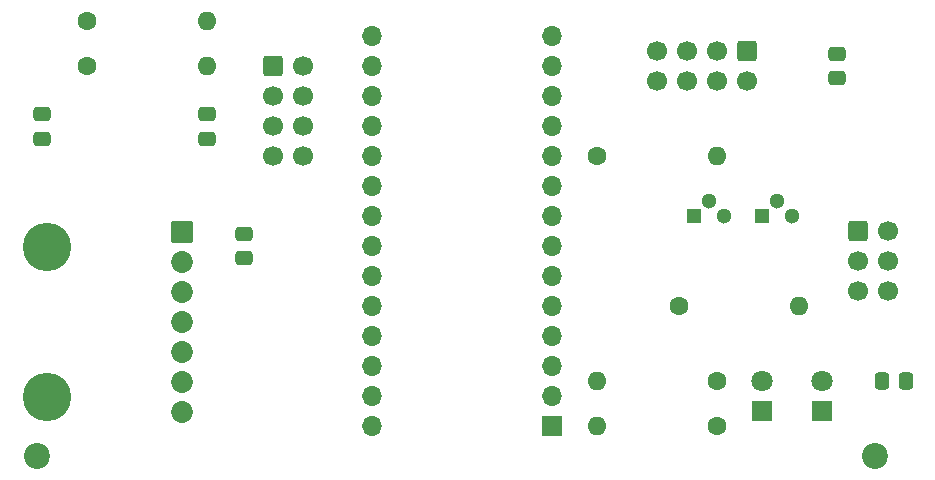
<source format=gbr>
%TF.GenerationSoftware,KiCad,Pcbnew,7.0.2*%
%TF.CreationDate,2023-05-16T00:00:26+02:00*%
%TF.ProjectId,PRO_MCU,50524f5f-4d43-4552-9e6b-696361645f70,rev?*%
%TF.SameCoordinates,Original*%
%TF.FileFunction,Soldermask,Top*%
%TF.FilePolarity,Negative*%
%FSLAX45Y45*%
G04 Gerber Fmt 4.5, Leading zero omitted, Abs format (unit mm)*
G04 Created by KiCad (PCBNEW 7.0.2) date 2023-05-16 00:00:26*
%MOMM*%
%LPD*%
G01*
G04 APERTURE LIST*
G04 Aperture macros list*
%AMRoundRect*
0 Rectangle with rounded corners*
0 $1 Rounding radius*
0 $2 $3 $4 $5 $6 $7 $8 $9 X,Y pos of 4 corners*
0 Add a 4 corners polygon primitive as box body*
4,1,4,$2,$3,$4,$5,$6,$7,$8,$9,$2,$3,0*
0 Add four circle primitives for the rounded corners*
1,1,$1+$1,$2,$3*
1,1,$1+$1,$4,$5*
1,1,$1+$1,$6,$7*
1,1,$1+$1,$8,$9*
0 Add four rect primitives between the rounded corners*
20,1,$1+$1,$2,$3,$4,$5,0*
20,1,$1+$1,$4,$5,$6,$7,0*
20,1,$1+$1,$6,$7,$8,$9,0*
20,1,$1+$1,$8,$9,$2,$3,0*%
G04 Aperture macros list end*
%ADD10C,2.200000*%
%ADD11R,1.700000X1.700000*%
%ADD12O,1.700000X1.700000*%
%ADD13C,1.600000*%
%ADD14O,1.600000X1.600000*%
%ADD15RoundRect,0.250000X-0.475000X0.337500X-0.475000X-0.337500X0.475000X-0.337500X0.475000X0.337500X0*%
%ADD16RoundRect,0.250000X-0.600000X-0.600000X0.600000X-0.600000X0.600000X0.600000X-0.600000X0.600000X0*%
%ADD17C,1.700000*%
%ADD18RoundRect,0.250000X-0.337500X-0.475000X0.337500X-0.475000X0.337500X0.475000X-0.337500X0.475000X0*%
%ADD19R,1.300000X1.300000*%
%ADD20C,1.300000*%
%ADD21RoundRect,0.250000X-0.600000X0.600000X-0.600000X-0.600000X0.600000X-0.600000X0.600000X0.600000X0*%
%ADD22R,1.800000X1.800000*%
%ADD23C,1.800000*%
%ADD24C,4.101600*%
%ADD25RoundRect,0.050800X0.875000X0.875000X-0.875000X0.875000X-0.875000X-0.875000X0.875000X-0.875000X0*%
%ADD26C,1.851600*%
G04 APERTURE END LIST*
D10*
%TO.C,Logo*%
X-37890000Y-12949000D03*
X-30790000Y-12949000D03*
%TD*%
D11*
%TO.C,U2*%
X-33528000Y-12698400D03*
D12*
X-33528000Y-12444400D03*
X-33528000Y-12190400D03*
X-33528000Y-11936400D03*
X-33528000Y-11682400D03*
X-33528000Y-11428400D03*
X-33528000Y-11174400D03*
X-33528000Y-10920400D03*
X-33528000Y-10666400D03*
X-33528000Y-10412400D03*
X-33528000Y-10158400D03*
X-33528000Y-9904400D03*
X-33528000Y-9650400D03*
X-33528000Y-9396400D03*
X-35052000Y-9396400D03*
X-35052000Y-9650400D03*
X-35052000Y-9904400D03*
X-35052000Y-10158400D03*
X-35052000Y-10412400D03*
X-35052000Y-10666400D03*
X-35052000Y-10920400D03*
X-35052000Y-11174400D03*
X-35052000Y-11428400D03*
X-35052000Y-11682400D03*
X-35052000Y-11936400D03*
X-35052000Y-12190400D03*
X-35052000Y-12444400D03*
X-35052000Y-12698400D03*
%TD*%
D13*
%TO.C,R4*%
X-32448500Y-11684000D03*
D14*
X-31432500Y-11684000D03*
%TD*%
D15*
%TO.C,C5*%
X-31115000Y-9548250D03*
X-31115000Y-9755750D03*
%TD*%
D13*
%TO.C,R1*%
X-32131000Y-12700000D03*
D14*
X-33147000Y-12700000D03*
%TD*%
D15*
%TO.C,C4*%
X-36131500Y-11072250D03*
X-36131500Y-11279750D03*
%TD*%
%TO.C,C2*%
X-37846000Y-10060250D03*
X-37846000Y-10267750D03*
%TD*%
D13*
%TO.C,R2*%
X-33147000Y-10414000D03*
D14*
X-32131000Y-10414000D03*
%TD*%
D16*
%TO.C,U1*%
X-30936250Y-11048500D03*
D17*
X-30682250Y-11048500D03*
X-30936250Y-11302500D03*
X-30682250Y-11302500D03*
X-30936250Y-11556500D03*
X-30682250Y-11556500D03*
%TD*%
D18*
%TO.C,C1*%
X-30734000Y-12319000D03*
X-30526500Y-12319000D03*
%TD*%
D19*
%TO.C,Q2*%
X-31750000Y-10922000D03*
D20*
X-31623000Y-10795000D03*
X-31496000Y-10922000D03*
%TD*%
D15*
%TO.C,C3*%
X-36449000Y-10060250D03*
X-36449000Y-10267750D03*
%TD*%
D13*
%TO.C,R6*%
X-37465000Y-9652000D03*
D14*
X-36449000Y-9652000D03*
%TD*%
D21*
%TO.C,U5*%
X-31877000Y-9525000D03*
D17*
X-31877000Y-9779000D03*
X-32131000Y-9525000D03*
X-32131000Y-9779000D03*
X-32385000Y-9525000D03*
X-32385000Y-9779000D03*
X-32639000Y-9525000D03*
X-32639000Y-9779000D03*
%TD*%
D19*
%TO.C,Q1*%
X-32321500Y-10922000D03*
D20*
X-32194500Y-10795000D03*
X-32067500Y-10922000D03*
%TD*%
D22*
%TO.C,D2*%
X-31242000Y-12573000D03*
D23*
X-31242000Y-12319000D03*
%TD*%
D13*
%TO.C,R5*%
X-37465000Y-9271000D03*
D14*
X-36449000Y-9271000D03*
%TD*%
D13*
%TO.C,R3*%
X-32131000Y-12319000D03*
D14*
X-33147000Y-12319000D03*
%TD*%
D16*
%TO.C,U4*%
X-35889250Y-9652000D03*
D17*
X-35635250Y-9652000D03*
X-35889250Y-9906000D03*
X-35635250Y-9906000D03*
X-35889250Y-10160000D03*
X-35635250Y-10160000D03*
X-35889250Y-10414000D03*
X-35635250Y-10414000D03*
%TD*%
D22*
%TO.C,D1*%
X-31750000Y-12573000D03*
D23*
X-31750000Y-12319000D03*
%TD*%
D24*
%TO.C,U3*%
X-37807150Y-11179650D03*
X-37807150Y-12449650D03*
D25*
X-36664150Y-11052650D03*
D26*
X-36664150Y-11306650D03*
X-36664150Y-11560650D03*
X-36664150Y-11814650D03*
X-36664150Y-12068650D03*
X-36664150Y-12322650D03*
X-36664150Y-12576650D03*
%TD*%
M02*

</source>
